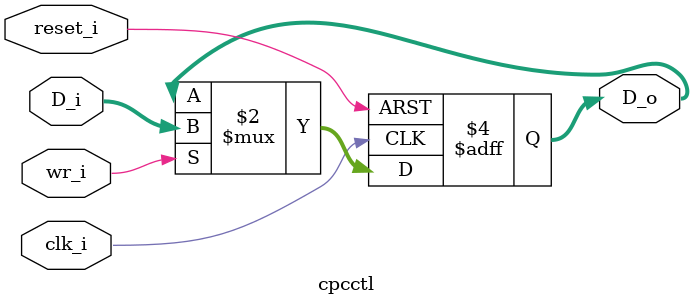
<source format=v>
module cpcctl(
	input clk_i,
	input reset_i,
	input wr_i,
	input [7:0] D_i,
	output reg [7:0] D_o
);
	always @(posedge clk_i or posedge reset_i)
	if( reset_i ) D_o <= 8'd1;				
	else if( wr_i ) D_o <= D_i[7:0];
endmodule
</source>
